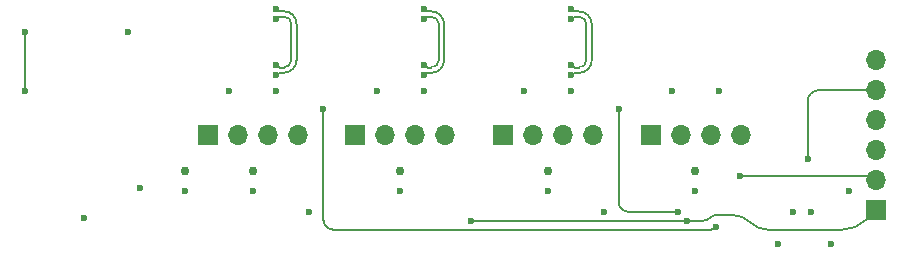
<source format=gbr>
%TF.GenerationSoftware,KiCad,Pcbnew,7.0.11-7.0.11~ubuntu22.04.1*%
%TF.CreationDate,2025-05-05T15:28:32+03:00*%
%TF.ProjectId,USB_Magic_Hub,5553425f-4d61-4676-9963-5f4875622e6b,rev?*%
%TF.SameCoordinates,PXc65d40PYc65d40*%
%TF.FileFunction,Copper,L4,Bot*%
%TF.FilePolarity,Positive*%
%FSLAX46Y46*%
G04 Gerber Fmt 4.6, Leading zero omitted, Abs format (unit mm)*
G04 Created by KiCad (PCBNEW 7.0.11-7.0.11~ubuntu22.04.1) date 2025-05-05 15:28:32*
%MOMM*%
%LPD*%
G01*
G04 APERTURE LIST*
%TA.AperFunction,ComponentPad*%
%ADD10R,1.700000X1.700000*%
%TD*%
%TA.AperFunction,ComponentPad*%
%ADD11O,1.700000X1.700000*%
%TD*%
%TA.AperFunction,ViaPad*%
%ADD12C,0.600000*%
%TD*%
%TA.AperFunction,ViaPad*%
%ADD13C,0.750000*%
%TD*%
%TA.AperFunction,Conductor*%
%ADD14C,0.200000*%
%TD*%
G04 APERTURE END LIST*
D10*
%TO.P,J1,1,Pin_1*%
%TO.N,/VBUS1*%
X54950000Y-11750000D03*
D11*
%TO.P,J1,2,Pin_2*%
%TO.N,/D1-*%
X57490000Y-11750000D03*
%TO.P,J1,3,Pin_3*%
%TO.N,/D1+*%
X60030000Y-11750000D03*
%TO.P,J1,4,Pin_4*%
%TO.N,/GND*%
X62570000Y-11750000D03*
%TD*%
D10*
%TO.P,J2,1,Pin_1*%
%TO.N,/VBUS2*%
X42450000Y-11750000D03*
D11*
%TO.P,J2,2,Pin_2*%
%TO.N,/D2-*%
X44990000Y-11750000D03*
%TO.P,J2,3,Pin_3*%
%TO.N,/D2+*%
X47530000Y-11750000D03*
%TO.P,J2,4,Pin_4*%
%TO.N,/GND*%
X50070000Y-11750000D03*
%TD*%
D10*
%TO.P,J3,1,Pin_1*%
%TO.N,/VBUS3*%
X29950000Y-11750000D03*
D11*
%TO.P,J3,2,Pin_2*%
%TO.N,/D3-*%
X32490000Y-11750000D03*
%TO.P,J3,3,Pin_3*%
%TO.N,/D3+*%
X35030000Y-11750000D03*
%TO.P,J3,4,Pin_4*%
%TO.N,/GND*%
X37570000Y-11750000D03*
%TD*%
D10*
%TO.P,J4,1,Pin_1*%
%TO.N,/SEL3*%
X74000000Y-18100000D03*
D11*
%TO.P,J4,2,Pin_2*%
%TO.N,/SEL4*%
X74000000Y-15560000D03*
%TO.P,J4,3,Pin_3*%
%TO.N,/~{RESET}*%
X74000000Y-13020000D03*
%TO.P,J4,4,Pin_4*%
%TO.N,/GND*%
X74000000Y-10480000D03*
%TO.P,J4,5,Pin_5*%
%TO.N,/SEL2*%
X74000000Y-7940000D03*
%TO.P,J4,6,Pin_6*%
%TO.N,/VCC_MCU*%
X74000000Y-5400000D03*
%TD*%
D10*
%TO.P,J5,1,Pin_1*%
%TO.N,/VBUS4*%
X17450000Y-11750000D03*
D11*
%TO.P,J5,2,Pin_2*%
%TO.N,/D4-*%
X19990000Y-11750000D03*
%TO.P,J5,3,Pin_3*%
%TO.N,/D4+*%
X22530000Y-11750000D03*
%TO.P,J5,4,Pin_4*%
%TO.N,/GND*%
X25070000Y-11750000D03*
%TD*%
D12*
%TO.N,/GND*%
X67000000Y-18250000D03*
X7000000Y-18750000D03*
X19250000Y-8000000D03*
X68500000Y-18250000D03*
X65750000Y-21000000D03*
X10750000Y-3000000D03*
X56750000Y-8000000D03*
X44250000Y-8000000D03*
X11750000Y-16250000D03*
X31750000Y-8000000D03*
%TO.N,/VCC_MCU*%
X48250000Y-8000000D03*
X70250000Y-21000000D03*
X35750000Y-8000000D03*
X51000000Y-18250000D03*
X23250000Y-8000000D03*
X60750000Y-8000000D03*
X26000000Y-18250000D03*
%TO.N,/SEL2*%
X57250000Y-18250000D03*
X52250000Y-9500000D03*
X68250000Y-13750000D03*
%TO.N,/SEL3*%
X39750000Y-19000000D03*
X58000000Y-19000000D03*
%TO.N,/~{PWR_ENABLE}*%
X71750000Y-16500000D03*
X46250000Y-16500000D03*
X33750000Y-16500000D03*
X15500000Y-16500000D03*
X21250000Y-16500000D03*
X58750000Y-16500000D03*
D13*
%TO.N,Net-(Q1-S)*%
X33750000Y-14750000D03*
X46250000Y-14750000D03*
X21250000Y-14750000D03*
X58750000Y-14750000D03*
X15500000Y-14750000D03*
D12*
%TO.N,Net-(U1-~{XRSTJ})*%
X2000000Y-8000000D03*
X2000000Y-3000000D03*
%TO.N,/SEL4*%
X27250000Y-9500000D03*
X62500000Y-15250000D03*
X60500000Y-19500000D03*
%TO.N,/UFP-*%
X23250000Y-5825000D03*
X35750000Y-5825000D03*
X48250000Y-5825000D03*
X23250000Y-1925000D03*
X48250000Y-1925000D03*
X35750000Y-1925000D03*
%TO.N,/UFP+*%
X48250000Y-6675000D03*
X23250000Y-1075000D03*
X35750000Y-6675000D03*
X48250000Y-1075000D03*
X35750000Y-1075000D03*
X23250000Y-6675000D03*
%TD*%
D14*
%TO.N,/UFP+*%
X36396599Y-6474995D02*
G75*
G03*
X37158992Y-6159206I1J1078195D01*
G01*
X48896599Y-6474995D02*
G75*
G03*
X49658992Y-6159206I1J1078195D01*
G01*
X24975018Y-2302457D02*
G75*
G03*
X24674064Y-1575934I-1027518J-43D01*
G01*
X37158995Y-1590789D02*
G75*
G03*
X36396599Y-1274999I-762395J-762411D01*
G01*
X49658995Y-1590789D02*
G75*
G03*
X48896599Y-1274999I-762395J-762411D01*
G01*
X23591419Y-6475009D02*
G75*
G03*
X23350000Y-6575001I-19J-341391D01*
G01*
X37474979Y-2353550D02*
G75*
G03*
X37159099Y-1590899I-1078479J50D01*
G01*
X49974979Y-2353550D02*
G75*
G03*
X49659099Y-1590899I-1078479J50D01*
G01*
X23349993Y-1175005D02*
G75*
G03*
X23591419Y-1274999I241407J241405D01*
G01*
X36091419Y-6475009D02*
G75*
G03*
X35850000Y-6575001I-19J-341391D01*
G01*
X48591419Y-6475009D02*
G75*
G03*
X48350000Y-6575001I-19J-341391D01*
G01*
X35849993Y-1175005D02*
G75*
G03*
X36091419Y-1274999I241407J241405D01*
G01*
X48349993Y-1175005D02*
G75*
G03*
X48591419Y-1274999I241407J241405D01*
G01*
X24659085Y-6159086D02*
G75*
G03*
X24975000Y-5396449I-762685J762686D01*
G01*
X24674052Y-1575946D02*
G75*
G03*
X23947541Y-1274999I-726552J-726554D01*
G01*
X23896599Y-6474995D02*
G75*
G03*
X24658991Y-6159206I1J1078195D01*
G01*
X37159085Y-6159086D02*
G75*
G03*
X37475000Y-5396449I-762685J762686D01*
G01*
X49659085Y-6159086D02*
G75*
G03*
X49975000Y-5396449I-762685J762686D01*
G01*
%TO.N,/UFP-*%
X36091419Y-1725009D02*
G75*
G03*
X35850000Y-1825001I-19J-341391D01*
G01*
X49340888Y-5840887D02*
G75*
G03*
X49525000Y-5396443I-444488J444487D01*
G01*
X23896444Y-6025017D02*
G75*
G03*
X24340900Y-5840899I-44J628617D01*
G01*
X48591419Y-1725009D02*
G75*
G03*
X48350000Y-1825001I-19J-341391D01*
G01*
X36396444Y-6025017D02*
G75*
G03*
X36840900Y-5840899I-44J628617D01*
G01*
X48896444Y-6025017D02*
G75*
G03*
X49340900Y-5840899I-44J628617D01*
G01*
X24525015Y-2302462D02*
G75*
G03*
X24355865Y-1894135I-577515J-38D01*
G01*
X23349993Y-5925005D02*
G75*
G03*
X23591419Y-6024999I241407J241405D01*
G01*
X24355853Y-1894147D02*
G75*
G03*
X23947538Y-1725001I-408353J-408353D01*
G01*
X35849993Y-5925005D02*
G75*
G03*
X36091419Y-6024999I241407J241405D01*
G01*
X48349993Y-5925005D02*
G75*
G03*
X48591419Y-6024999I241407J241405D01*
G01*
X37025017Y-2353556D02*
G75*
G03*
X36840899Y-1909101I-628617J-44D01*
G01*
X36840866Y-1909134D02*
G75*
G03*
X36396444Y-1725001I-444466J-444366D01*
G01*
X49340866Y-1909134D02*
G75*
G03*
X48896444Y-1725001I-444466J-444366D01*
G01*
X49525017Y-2353556D02*
G75*
G03*
X49340899Y-1909101I-628617J-44D01*
G01*
X24340888Y-5840887D02*
G75*
G03*
X24525000Y-5396443I-444488J444487D01*
G01*
X23591419Y-1725009D02*
G75*
G03*
X23350000Y-1825001I-19J-341391D01*
G01*
X36840888Y-5840887D02*
G75*
G03*
X37025000Y-5396443I-444488J444487D01*
G01*
%TO.N,/SEL4*%
X73845001Y-15404999D02*
G75*
G03*
X73470796Y-15250000I-374201J-374201D01*
G01*
X60073223Y-19750009D02*
G75*
G03*
X60375000Y-19625000I-23J426809D01*
G01*
X27250023Y-18896446D02*
G75*
G03*
X27500001Y-19499999I853477J-54D01*
G01*
X27500014Y-19499986D02*
G75*
G03*
X28103553Y-19750000I603586J603586D01*
G01*
%TO.N,/SEL3*%
X63374995Y-19125005D02*
G75*
G03*
X61866116Y-18500000I-1508895J-1508895D01*
G01*
X71183273Y-19749989D02*
G75*
G03*
X73175000Y-18925000I27J2816689D01*
G01*
X63375005Y-19124995D02*
G75*
G03*
X64883883Y-19750000I1508895J1508895D01*
G01*
X60603553Y-18500023D02*
G75*
G03*
X60000001Y-18750001I-53J-853477D01*
G01*
X59396446Y-19000019D02*
G75*
G03*
X60000000Y-18750000I-46J853619D01*
G01*
%TO.N,/SEL2*%
X68530006Y-8220006D02*
G75*
G03*
X68250000Y-8895979I675994J-675994D01*
G01*
X69205979Y-7939992D02*
G75*
G03*
X68530000Y-8220000I21J-956008D01*
G01*
X52500014Y-17999986D02*
G75*
G03*
X53103553Y-18250000I603586J603586D01*
G01*
X52250023Y-17396446D02*
G75*
G03*
X52500001Y-17999999I853477J-54D01*
G01*
X52250000Y-9500000D02*
X52250000Y-17396446D01*
X69205979Y-7940000D02*
X74000000Y-7940000D01*
X68250000Y-13750000D02*
X68250000Y-8895979D01*
X57250000Y-18250000D02*
X53103553Y-18250000D01*
%TO.N,/SEL3*%
X61866116Y-18500000D02*
X60603553Y-18500000D01*
X73175000Y-18925000D02*
X74000000Y-18100000D01*
X71183273Y-19750000D02*
X64883883Y-19750000D01*
X39750000Y-19000000D02*
X58000000Y-19000000D01*
X58000000Y-19000000D02*
X59396446Y-19000000D01*
%TO.N,Net-(U1-~{XRSTJ})*%
X2000000Y-3000000D02*
X2000000Y-8000000D01*
%TO.N,/SEL4*%
X73845000Y-15405000D02*
X74000000Y-15560000D01*
X27250000Y-9500000D02*
X27250000Y-18896446D01*
X60500000Y-19500000D02*
X60375000Y-19625000D01*
X73470796Y-15250000D02*
X62500000Y-15250000D01*
X60073223Y-19750000D02*
X28103553Y-19750000D01*
%TO.N,/UFP-*%
X48349999Y-1825000D02*
X48250000Y-1925000D01*
X24525000Y-2302462D02*
X24525000Y-5396443D01*
X23896444Y-6024999D02*
X23591419Y-6024999D01*
X23947538Y-1725001D02*
X23591419Y-1725001D01*
X35849999Y-1825000D02*
X35750000Y-1925000D01*
X23250000Y-1925000D02*
X23349999Y-1825000D01*
X36396444Y-6024999D02*
X36091419Y-6024999D01*
X36091419Y-1725001D02*
X36396444Y-1725001D01*
X23349999Y-5924999D02*
X23250000Y-5825000D01*
X37025000Y-2353556D02*
X37025000Y-5396443D01*
X48896444Y-6024999D02*
X48591419Y-6024999D01*
X48591419Y-1725001D02*
X48896444Y-1725001D01*
X48250000Y-5825000D02*
X48349999Y-5924999D01*
X49525000Y-5396443D02*
X49525000Y-2353556D01*
X35750000Y-5825000D02*
X35849999Y-5924999D01*
%TO.N,/UFP+*%
X37158992Y-6159206D02*
X37159099Y-6159100D01*
X37475000Y-2353550D02*
X37475000Y-5396449D01*
X23591419Y-1274999D02*
X23947541Y-1274999D01*
X37158992Y-1590792D02*
X37159099Y-1590899D01*
X23591419Y-6475001D02*
X23896599Y-6475001D01*
X49658992Y-1590792D02*
X49659099Y-1590899D01*
X35750000Y-6675000D02*
X35849999Y-6575000D01*
X24659099Y-6159100D02*
X24658992Y-6159207D01*
X49975000Y-2353550D02*
X49975000Y-5396449D01*
X36396599Y-1274999D02*
X36091419Y-1274999D01*
X49658992Y-6159206D02*
X49659099Y-6159100D01*
X48896599Y-1274999D02*
X48591419Y-1274999D01*
X23250000Y-6675000D02*
X23349999Y-6575000D01*
X35750000Y-1075000D02*
X35849999Y-1174999D01*
X48250000Y-1075000D02*
X48349999Y-1174999D01*
X36396599Y-6475001D02*
X36091419Y-6475001D01*
X23250000Y-1075000D02*
X23349999Y-1174999D01*
X48250000Y-6675000D02*
X48349999Y-6575000D01*
X24975000Y-2302457D02*
X24975000Y-5396449D01*
X48896599Y-6475001D02*
X48591419Y-6475001D01*
%TD*%
M02*

</source>
